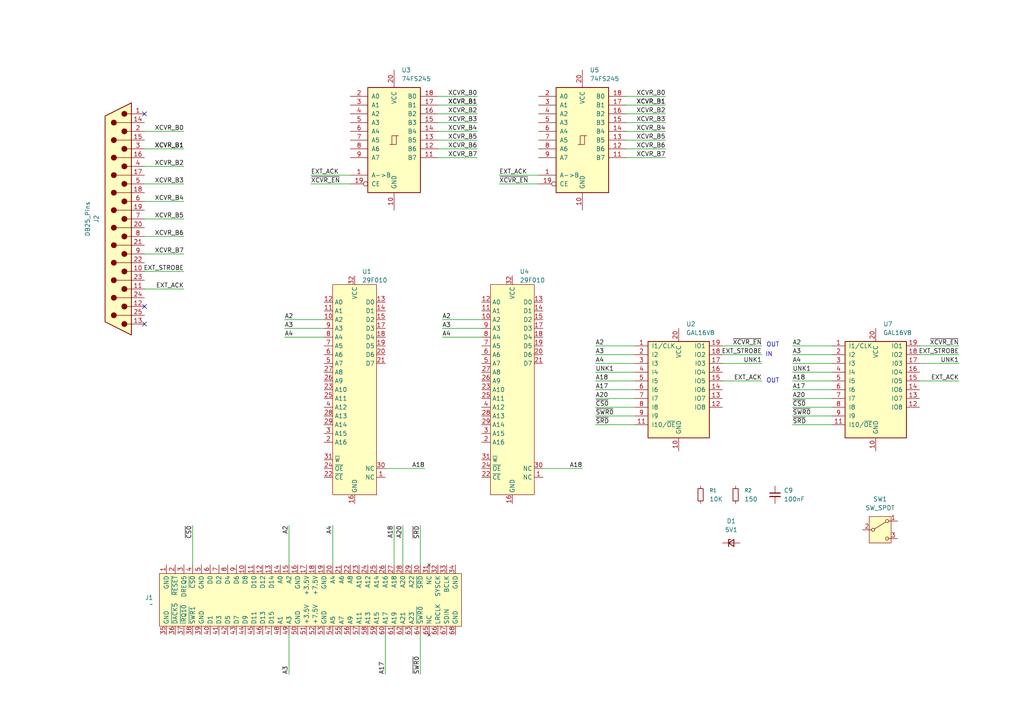
<source format=kicad_sch>
(kicad_sch (version 20250114) (generator "eeschema") (generator_version "9.0")
  (paper "A4")
  (lib_symbols
    (symbol "29F010_1"
      (property "Reference" "U" (at 3.048 28.448 0))
      (property "Value" "29F010" (at 0 0 90))
      (symbol "29F010_1_1_1"
        (rectangle (start -6.35 26.67) (end 6.35 -34.29) (fill (type background)))
        (pin input line (at -8.89 21.59 0) (length 2.54) (name "A0") (number "12"))
        (pin input line (at -8.89 19.05 0) (length 2.54) (name "A1") (number "11"))
        (pin input line (at -8.89 16.51 0) (length 2.54) (name "A2") (number "10"))
        (pin input line (at -8.89 13.97 0) (length 2.54) (name "A3") (number "9"))
        (pin input line (at -8.89 11.43 0) (length 2.54) (name "A4") (number "8"))
        (pin input line (at -8.89 8.89 0) (length 2.54) (name "A5") (number "7"))
        (pin input line (at -8.89 6.35 0) (length 2.54) (name "A6") (number "6"))
        (pin input line (at -8.89 3.81 0) (length 2.54) (name "A7") (number "5"))
        (pin input line (at -8.89 1.27 0) (length 2.54) (name "A8") (number "27"))
        (pin input line (at -8.89 -1.27 0) (length 2.54) (name "A9") (number "26"))
        (pin input line (at -8.89 -3.81 0) (length 2.54) (name "A10") (number "23"))
        (pin input line (at -8.89 -6.35 0) (length 2.54) (name "A11") (number "25"))
        (pin input line (at -8.89 -8.89 0) (length 2.54) (name "A12") (number "4"))
        (pin input line (at -8.89 -11.43 0) (length 2.54) (name "A13") (number "28"))
        (pin input line (at -8.89 -13.97 0) (length 2.54) (name "A14") (number "29"))
        (pin input line (at -8.89 -16.51 0) (length 2.54) (name "A15") (number "3"))
        (pin input line (at -8.89 -19.05 0) (length 2.54) (name "A16") (number "2"))
        (pin input line (at -8.89 -24.13 0) (length 2.54) (name "~{W}") (number "31"))
        (pin input line (at -8.89 -26.67 0) (length 2.54) (name "~{OE}") (number "24"))
        (pin input line (at -8.89 -29.21 0) (length 2.54) (name "~{CE}") (number "22"))
        (pin power_in line (at 0 29.21 270) (length 2.54) (name "VCC") (number "32"))
        (pin power_in line (at 0 -36.83 90) (length 2.54) (name "GND") (number "16"))
        (pin output line (at 8.89 21.59 180) (length 2.54) (name "D0") (number "13"))
        (pin output line (at 8.89 19.05 180) (length 2.54) (name "D1") (number "14"))
        (pin output line (at 8.89 16.51 180) (length 2.54) (name "D2") (number "15"))
        (pin output line (at 8.89 13.97 180) (length 2.54) (name "D3") (number "17"))
        (pin output line (at 8.89 11.43 180) (length 2.54) (name "D4") (number "18"))
        (pin output line (at 8.89 8.89 180) (length 2.54) (name "D5") (number "19"))
        (pin output line (at 8.89 6.35 180) (length 2.54) (name "D6") (number "20"))
        (pin output line (at 8.89 3.81 180) (length 2.54) (name "D7") (number "21"))
        (pin free line (at 8.89 -26.67 180) (length 2.54) (name "NC") (number "30"))
        (pin free line (at 8.89 -29.21 180) (length 2.54) (name "NC") (number "1"))
      )
    )
    (symbol "74xx:74LS245" (pin_names (offset 1.016))
      (property "Reference" "U" (at -7.62 16.51 0))
      (property "Value" "74LS245" (at -7.62 -16.51 0))
      (symbol "74LS245_1_0"
        (polyline (pts (xy -1.27 -1.27) (xy 0.635 -1.27) (xy 0.635 1.27) (xy 1.27 1.27)))
        (polyline (pts (xy -0.635 -1.27) (xy -0.635 1.27) (xy 0.635 1.27)))
        (pin tri_state line (at -12.7 12.7 0) (length 5.08) (name "A0") (number "2"))
        (pin tri_state line (at -12.7 10.16 0) (length 5.08) (name "A1") (number "3"))
        (pin tri_state line (at -12.7 7.62 0) (length 5.08) (name "A2") (number "4"))
        (pin tri_state line (at -12.7 5.08 0) (length 5.08) (name "A3") (number "5"))
        (pin tri_state line (at -12.7 2.54 0) (length 5.08) (name "A4") (number "6"))
        (pin tri_state line (at -12.7 0 0) (length 5.08) (name "A5") (number "7"))
        (pin tri_state line (at -12.7 -2.54 0) (length 5.08) (name "A6") (number "8"))
        (pin tri_state line (at -12.7 -5.08 0) (length 5.08) (name "A7") (number "9"))
        (pin input line (at -12.7 -10.16 0) (length 5.08) (name "A->B") (number "1"))
        (pin input inverted (at -12.7 -12.7 0) (length 5.08) (name "CE") (number "19"))
        (pin power_in line (at 0 20.32 270) (length 5.08) (name "VCC") (number "20"))
        (pin power_in line (at 0 -20.32 90) (length 5.08) (name "GND") (number "10"))
        (pin tri_state line (at 12.7 12.7 180) (length 5.08) (name "B0") (number "18"))
        (pin tri_state line (at 12.7 10.16 180) (length 5.08) (name "B1") (number "17"))
        (pin tri_state line (at 12.7 7.62 180) (length 5.08) (name "B2") (number "16"))
        (pin tri_state line (at 12.7 5.08 180) (length 5.08) (name "B3") (number "15"))
        (pin tri_state line (at 12.7 2.54 180) (length 5.08) (name "B4") (number "14"))
        (pin tri_state line (at 12.7 0 180) (length 5.08) (name "B5") (number "13"))
        (pin tri_state line (at 12.7 -2.54 180) (length 5.08) (name "B6") (number "12"))
        (pin tri_state line (at 12.7 -5.08 180) (length 5.08) (name "B7") (number "11"))
      )
      (symbol "74LS245_1_1"
        (rectangle (start -7.62 15.24) (end 7.62 -15.24) (stroke (width 0.254)) (fill (type background)))
      )
    )
    (symbol "Connector:DB25_Pins" (pin_names (offset 1.016) (hide yes))
      (property "Reference" "J" (at 0 34.29 0))
      (property "Value" "DB25_Pins" (at 0 -34.925 0))
      (symbol "DB25_Pins_0_1"
        (polyline (pts (xy -3.81 30.48) (xy -2.54 30.48)))
        (polyline (pts (xy -3.81 27.94) (xy 0.508 27.94)))
        (polyline (pts (xy -3.81 25.4) (xy -2.54 25.4)))
        (polyline (pts (xy -3.81 22.86) (xy 0.508 22.86)))
        (polyline (pts (xy -3.81 20.32) (xy -2.54 20.32)))
        (polyline (pts (xy -3.81 17.78) (xy 0.508 17.78)))
        (polyline (pts (xy -3.81 15.24) (xy -2.54 15.24)))
        (polyline (pts (xy -3.81 12.7) (xy 0.508 12.7)))
        (polyline (pts (xy -3.81 10.16) (xy -2.54 10.16)))
        (polyline (pts (xy -3.81 7.62) (xy 0.508 7.62)))
        (polyline (pts (xy -3.81 5.08) (xy -2.54 5.08)))
        (polyline (pts (xy -3.81 2.54) (xy 0.508 2.54)))
        (polyline (pts (xy -3.81 0) (xy -2.54 0)))
        (polyline (pts (xy -3.81 -2.54) (xy 0.508 -2.54)))
        (polyline (pts (xy -3.81 -5.08) (xy -2.54 -5.08)))
        (polyline (pts (xy -3.81 -7.62) (xy 0.508 -7.62)))
        (polyline (pts (xy -3.81 -10.16) (xy -2.54 -10.16)))
        (polyline (pts (xy -3.81 -12.7) (xy 0.508 -12.7)))
        (polyline (pts (xy -3.81 -15.24) (xy -2.54 -15.24)))
        (polyline (pts (xy -3.81 -17.78) (xy 0.508 -17.78)))
        (polyline (pts (xy -3.81 -20.32) (xy -2.54 -20.32)))
        (polyline (pts (xy -3.81 -22.86) (xy 0.508 -22.86)))
        (polyline (pts (xy -3.81 -25.4) (xy -2.54 -25.4)))
        (polyline (pts (xy -3.81 -27.94) (xy 0.508 -27.94)))
        (polyline (pts (xy -3.81 -30.48) (xy -2.54 -30.48)))
        (polyline (pts (xy -3.81 -33.655) (xy 3.81 -29.845) (xy 3.81 29.845) (xy -3.81 33.655) (xy -3.81 -33.655)) (stroke (width 0.254)) (fill (type background)))
        (circle (center -1.778 30.48) (radius 0.762) (fill (type outline)))
        (circle (center -1.778 25.4) (radius 0.762) (fill (type outline)))
        (circle (center -1.778 20.32) (radius 0.762) (fill (type outline)))
        (circle (center -1.778 15.24) (radius 0.762) (fill (type outline)))
        (circle (center -1.778 10.16) (radius 0.762) (fill (type outline)))
        (circle (center -1.778 5.08) (radius 0.762) (fill (type outline)))
        (circle (center -1.778 0) (radius 0.762) (fill (type outline)))
        (circle (center -1.778 -5.08) (radius 0.762) (fill (type outline)))
        (circle (center -1.778 -10.16) (radius 0.762) (fill (type outline)))
        (circle (center -1.778 -15.24) (radius 0.762) (fill (type outline)))
        (circle (center -1.778 -20.32) (radius 0.762) (fill (type outline)))
        (circle (center -1.778 -25.4) (radius 0.762) (fill (type outline)))
        (circle (center -1.778 -30.48) (radius 0.762) (fill (type outline)))
        (circle (center 1.27 27.94) (radius 0.762) (fill (type outline)))
        (circle (center 1.27 22.86) (radius 0.762) (fill (type outline)))
        (circle (center 1.27 17.78) (radius 0.762) (fill (type outline)))
        (circle (center 1.27 12.7) (radius 0.762) (fill (type outline)))
        (circle (center 1.27 7.62) (radius 0.762) (fill (type outline)))
        (circle (center 1.27 2.54) (radius 0.762) (fill (type outline)))
        (circle (center 1.27 -2.54) (radius 0.762) (fill (type outline)))
        (circle (center 1.27 -7.62) (radius 0.762) (fill (type outline)))
        (circle (center 1.27 -12.7) (radius 0.762) (fill (type outline)))
        (circle (center 1.27 -17.78) (radius 0.762) (fill (type outline)))
        (circle (center 1.27 -22.86) (radius 0.762) (fill (type outline)))
        (circle (center 1.27 -27.94) (radius 0.762) (fill (type outline)))
      )
      (symbol "DB25_Pins_1_1"
        (pin passive line (at -7.62 30.48 0) (length 3.81) (name "13") (number "13"))
        (pin passive line (at -7.62 27.94 0) (length 3.81) (name "P25") (number "25"))
        (pin passive line (at -7.62 25.4 0) (length 3.81) (name "12") (number "12"))
        (pin passive line (at -7.62 22.86 0) (length 3.81) (name "P24") (number "24"))
        (pin passive line (at -7.62 20.32 0) (length 3.81) (name "11") (number "11"))
        (pin passive line (at -7.62 17.78 0) (length 3.81) (name "P23") (number "23"))
        (pin passive line (at -7.62 15.24 0) (length 3.81) (name "10") (number "10"))
        (pin passive line (at -7.62 12.7 0) (length 3.81) (name "P22") (number "22"))
        (pin passive line (at -7.62 10.16 0) (length 3.81) (name "9") (number "9"))
        (pin passive line (at -7.62 7.62 0) (length 3.81) (name "P21") (number "21"))
        (pin passive line (at -7.62 5.08 0) (length 3.81) (name "8") (number "8"))
        (pin passive line (at -7.62 2.54 0) (length 3.81) (name "P20") (number "20"))
        (pin passive line (at -7.62 0 0) (length 3.81) (name "7") (number "7"))
        (pin passive line (at -7.62 -2.54 0) (length 3.81) (name "P19") (number "19"))
        (pin passive line (at -7.62 -5.08 0) (length 3.81) (name "6") (number "6"))
        (pin passive line (at -7.62 -7.62 0) (length 3.81) (name "P18") (number "18"))
        (pin passive line (at -7.62 -10.16 0) (length 3.81) (name "5") (number "5"))
        (pin passive line (at -7.62 -12.7 0) (length 3.81) (name "P17") (number "17"))
        (pin passive line (at -7.62 -15.24 0) (length 3.81) (name "4") (number "4"))
        (pin passive line (at -7.62 -17.78 0) (length 3.81) (name "P16") (number "16"))
        (pin passive line (at -7.62 -20.32 0) (length 3.81) (name "3") (number "3"))
        (pin passive line (at -7.62 -22.86 0) (length 3.81) (name "P15") (number "15"))
        (pin passive line (at -7.62 -25.4 0) (length 3.81) (name "2") (number "2"))
        (pin passive line (at -7.62 -27.94 0) (length 3.81) (name "P14") (number "14"))
        (pin passive line (at -7.62 -30.48 0) (length 3.81) (name "1") (number "1"))
      )
    )
    (symbol "Device:C_Small" (pin_numbers (hide yes)) (pin_names (offset 0.254) (hide yes))
      (property "Reference" "C" (at 0.254 1.778 0))
      (property "Value" "C_Small" (at 0.254 -2.032 0))
      (symbol "C_Small_0_1"
        (polyline (pts (xy -1.524 0.508) (xy 1.524 0.508)) (stroke (width 0.3048)))
        (polyline (pts (xy -1.524 -0.508) (xy 1.524 -0.508)) (stroke (width 0.3302)))
      )
      (symbol "C_Small_1_1"
        (pin passive line (at 0 2.54 270) (length 2.032) (name "~") (number "1"))
        (pin passive line (at 0 -2.54 90) (length 2.032) (name "~") (number "2"))
      )
    )
    (symbol "Device:D_Zener_Small" (pin_numbers (hide yes)) (pin_names (offset 0.254) (hide yes))
      (property "Reference" "D" (at 0 2.286 0))
      (property "Value" "D_Zener_Small" (at 0 -2.286 0))
      (symbol "D_Zener_Small_0_1"
        (polyline (pts (xy -0.254 1.016) (xy -0.762 1.016) (xy -0.762 -1.016)) (stroke (width 0.254)))
        (polyline (pts (xy 0.762 1.016) (xy -0.762 0) (xy 0.762 -1.016) (xy 0.762 1.016)) (stroke (width 0.254)))
        (polyline (pts (xy 0.762 0) (xy -0.762 0)))
      )
      (symbol "D_Zener_Small_1_1"
        (pin passive line (at -2.54 0 0) (length 1.778) (name "K") (number "1"))
        (pin passive line (at 2.54 0 180) (length 1.778) (name "A") (number "2"))
      )
    )
    (symbol "Device:R_Small" (pin_numbers (hide yes)) (pin_names (offset 0.254) (hide yes))
      (property "Reference" "R" (at 0 0 90))
      (property "Value" "R_Small" (at 1.778 0 90))
      (symbol "R_Small_0_1"
        (rectangle (start -0.762 1.778) (end 0.762 -1.778) (stroke (width 0.2032)))
      )
      (symbol "R_Small_1_1"
        (pin passive line (at 0 2.54 270) (length 0.762) (name "~") (number "1"))
        (pin passive line (at 0 -2.54 90) (length 0.762) (name "~") (number "2"))
      )
    )
    (symbol "Logic_Programmable:GAL16V8" (pin_names (offset 1.016))
      (property "Reference" "U" (at -8.89 16.51 0))
      (property "Value" "GAL16V8" (at 1.27 16.51 0))
      (symbol "GAL16V8_0_0"
        (pin power_in line (at 0 17.78 270) (length 3.81) (name "VCC") (number "20"))
        (pin power_in line (at 0 -17.78 90) (length 3.81) (name "GND") (number "10"))
      )
      (symbol "GAL16V8_0_1"
        (rectangle (start -8.89 13.97) (end 8.89 -13.97) (stroke (width 0.254)) (fill (type background)))
      )
      (symbol "GAL16V8_1_1"
        (pin input line (at -12.7 12.7 0) (length 3.81) (name "I1/CLK") (number "1"))
        (pin input line (at -12.7 10.16 0) (length 3.81) (name "I2") (number "2"))
        (pin input line (at -12.7 7.62 0) (length 3.81) (name "I3") (number "3"))
        (pin input line (at -12.7 5.08 0) (length 3.81) (name "I4") (number "4"))
        (pin input line (at -12.7 2.54 0) (length 3.81) (name "I5") (number "5"))
        (pin input line (at -12.7 0 0) (length 3.81) (name "I6") (number "6"))
        (pin input line (at -12.7 -2.54 0) (length 3.81) (name "I7") (number "7"))
        (pin input line (at -12.7 -5.08 0) (length 3.81) (name "I8") (number "8"))
        (pin input line (at -12.7 -7.62 0) (length 3.81) (name "I9") (number "9"))
        (pin input line (at -12.7 -10.16 0) (length 3.81) (name "I10/~{OE}") (number "11"))
        (pin tri_state line (at 12.7 12.7 180) (length 3.81) (name "IO1") (number "19"))
        (pin tri_state line (at 12.7 10.16 180) (length 3.81) (name "IO2") (number "18"))
        (pin tri_state line (at 12.7 7.62 180) (length 3.81) (name "I03") (number "17"))
        (pin tri_state line (at 12.7 5.08 180) (length 3.81) (name "IO4") (number "16"))
        (pin tri_state line (at 12.7 2.54 180) (length 3.81) (name "IO5") (number "15"))
        (pin tri_state line (at 12.7 0 180) (length 3.81) (name "IO6") (number "14"))
        (pin tri_state line (at 12.7 -2.54 180) (length 3.81) (name "IO7") (number "13"))
        (pin tri_state line (at 12.7 -5.08 180) (length 3.81) (name "IO8") (number "12"))
      )
    )
    (symbol "PR_Symbols:29F010"
      (property "Reference" "U" (at 3.048 28.448 0))
      (property "Value" "29F010" (at 0 0 90))
      (symbol "29F010_1_1"
        (rectangle (start -6.35 26.67) (end 6.35 -34.29) (fill (type background)))
        (pin input line (at -8.89 21.59 0) (length 2.54) (name "A0") (number "12"))
        (pin input line (at -8.89 19.05 0) (length 2.54) (name "A1") (number "11"))
        (pin input line (at -8.89 16.51 0) (length 2.54) (name "A2") (number "10"))
        (pin input line (at -8.89 13.97 0) (length 2.54) (name "A3") (number "9"))
        (pin input line (at -8.89 11.43 0) (length 2.54) (name "A4") (number "8"))
        (pin input line (at -8.89 8.89 0) (length 2.54) (name "A5") (number "7"))
        (pin input line (at -8.89 6.35 0) (length 2.54) (name "A6") (number "6"))
        (pin input line (at -8.89 3.81 0) (length 2.54) (name "A7") (number "5"))
        (pin input line (at -8.89 1.27 0) (length 2.54) (name "A8") (number "27"))
        (pin input line (at -8.89 -1.27 0) (length 2.54) (name "A9") (number "26"))
        (pin input line (at -8.89 -3.81 0) (length 2.54) (name "A10") (number "23"))
        (pin input line (at -8.89 -6.35 0) (length 2.54) (name "A11") (number "25"))
        (pin input line (at -8.89 -8.89 0) (length 2.54) (name "A12") (number "4"))
        (pin input line (at -8.89 -11.43 0) (length 2.54) (name "A13") (number "28"))
        (pin input line (at -8.89 -13.97 0) (length 2.54) (name "A14") (number "29"))
        (pin input line (at -8.89 -16.51 0) (length 2.54) (name "A15") (number "3"))
        (pin input line (at -8.89 -19.05 0) (length 2.54) (name "A16") (number "2"))
        (pin input line (at -8.89 -24.13 0) (length 2.54) (name "~{W}") (number "31"))
        (pin input line (at -8.89 -26.67 0) (length 2.54) (name "~{OE}") (number "24"))
        (pin input line (at -8.89 -29.21 0) (length 2.54) (name "~{CE}") (number "22"))
        (pin power_in line (at 0 29.21 270) (length 2.54) (name "VCC") (number "32"))
        (pin power_in line (at 0 -36.83 90) (length 2.54) (name "GND") (number "16"))
        (pin output line (at 8.89 21.59 180) (length 2.54) (name "D0") (number "13"))
        (pin output line (at 8.89 19.05 180) (length 2.54) (name "D1") (number "14"))
        (pin output line (at 8.89 16.51 180) (length 2.54) (name "D2") (number "15"))
        (pin output line (at 8.89 13.97 180) (length 2.54) (name "D3") (number "17"))
        (pin output line (at 8.89 11.43 180) (length 2.54) (name "D4") (number "18"))
        (pin output line (at 8.89 8.89 180) (length 2.54) (name "D5") (number "19"))
        (pin output line (at 8.89 6.35 180) (length 2.54) (name "D6") (number "20"))
        (pin output line (at 8.89 3.81 180) (length 2.54) (name "D7") (number "21"))
        (pin free line (at 8.89 -26.67 180) (length 2.54) (name "NC") (number "30"))
        (pin free line (at 8.89 -29.21 180) (length 2.54) (name "NC") (number "1"))
      )
    )
    (symbol "PR_Symbols:PIO Port"
      (property "Reference" "J" (at 46.482 9.398 0))
      (symbol "PIO Port_1_1"
        (rectangle (start -42.672 7.62) (end 44.958 -7.62) (fill (type background)))
        (pin power_out line (at -40.64 10.16 270) (length 2.54) (name "GND") (number "1"))
        (pin power_out line (at -40.64 -10.16 90) (length 2.54) (name "GND") (number "35"))
        (pin open_collector line (at -38.1 10.16 270) (length 2.54) (name "~{RESET}") (number "2"))
        (pin output line (at -38.1 -10.16 90) (length 2.54) (name "~{DACK5}") (number "36"))
        (pin input line (at -35.56 10.16 270) (length 2.54) (name "DREQ5") (number "3"))
        (pin input line (at -35.56 -10.16 90) (length 2.54) (name "~{IRQ10}") (number "37"))
        (pin output line (at -33.02 10.16 270) (length 2.54) (name "~{CS0}") (number "4"))
        (pin output line (at -33.02 -10.16 90) (length 2.54) (name "~{SWR1}") (number "38"))
        (pin output line (at -30.48 10.16 270) (length 2.54) (name "GND") (number "5"))
        (pin output line (at -30.48 -10.16 90) (length 2.54) (name "GND") (number "39"))
        (pin bidirectional line (at -27.94 10.16 270) (length 2.54) (name "D0") (number "6"))
        (pin bidirectional line (at -27.94 -10.16 90) (length 2.54) (name "D1") (number "40"))
        (pin bidirectional line (at -25.4 10.16 270) (length 2.54) (name "D2") (number "7"))
        (pin bidirectional line (at -25.4 -10.16 90) (length 2.54) (name "D3") (number "41"))
        (pin bidirectional line (at -22.86 10.16 270) (length 2.54) (name "D4") (number "8"))
        (pin bidirectional line (at -22.86 -10.16 90) (length 2.54) (name "D5") (number "42"))
        (pin bidirectional line (at -20.32 10.16 270) (length 2.54) (name "D6") (number "9"))
        (pin bidirectional line (at -20.32 -10.16 90) (length 2.54) (name "D7") (number "43"))
        (pin bidirectional line (at -17.78 10.16 270) (length 2.54) (name "D8") (number "10"))
        (pin bidirectional line (at -17.78 -10.16 90) (length 2.54) (name "D9") (number "44"))
        (pin bidirectional line (at -15.24 10.16 270) (length 2.54) (name "D10") (number "11"))
        (pin bidirectional line (at -15.24 -10.16 90) (length 2.54) (name "D11") (number "45"))
        (pin bidirectional line (at -12.7 10.16 270) (length 2.54) (name "D12") (number "12"))
        (pin bidirectional line (at -12.7 -10.16 90) (length 2.54) (name "D13") (number "46"))
        (pin bidirectional line (at -10.16 10.16 270) (length 2.54) (name "D14") (number "13"))
        (pin bidirectional line (at -10.16 -10.16 90) (length 2.54) (name "D15") (number "47"))
        (pin output line (at -7.62 10.16 270) (length 2.54) (name "A0") (number "14"))
        (pin output line (at -7.62 -10.16 90) (length 2.54) (name "A1") (number "48"))
        (pin output line (at -5.08 10.16 270) (length 2.54) (name "A2") (number "15"))
        (pin output line (at -5.08 -10.16 90) (length 2.54) (name "A3") (number "49"))
        (pin output line (at -2.54 10.16 270) (length 2.54) (name "GND") (number "16"))
        (pin output line (at -2.54 -10.16 90) (length 2.54) (name "GND") (number "50"))
        (pin power_out line (at 0 10.16 270) (length 2.54) (name "+3.5V") (number "17"))
        (pin power_out line (at 0 -10.16 90) (length 2.54) (name "+3.5V") (number "51"))
        (pin power_out line (at 2.54 10.16 270) (length 2.54) (name "+7.5V") (number "18"))
        (pin power_out line (at 2.54 -10.16 90) (length 2.54) (name "+7.5V") (number "52"))
        (pin output line (at 5.08 10.16 270) (length 2.54) (name "GND") (number "19"))
        (pin output line (at 5.08 -10.16 90) (length 2.54) (name "GND") (number "53"))
        (pin output line (at 7.62 10.16 270) (length 2.54) (name "A4") (number "20"))
        (pin output line (at 7.62 -10.16 90) (length 2.54) (name "A5") (number "54"))
        (pin output line (at 10.16 10.16 270) (length 2.54) (name "A6") (number "21"))
        (pin output line (at 10.16 -10.16 90) (length 2.54) (name "A7") (number "55"))
        (pin output line (at 12.7 10.16 270) (length 2.54) (name "A8") (number "22"))
        (pin output line (at 12.7 -10.16 90) (length 2.54) (name "A9") (number "56"))
        (pin output line (at 15.24 10.16 270) (length 2.54) (name "A10") (number "23"))
        (pin output line (at 15.24 -10.16 90) (length 2.54) (name "A11") (number "57"))
        (pin output line (at 17.78 10.16 270) (length 2.54) (name "A12") (number "24"))
        (pin output line (at 17.78 -10.16 90) (length 2.54) (name "A13") (number "58"))
        (pin output line (at 20.32 10.16 270) (length 2.54) (name "A14") (number "25"))
        (pin output line (at 20.32 -10.16 90) (length 2.54) (name "A15") (number "59"))
        (pin output line (at 22.86 10.16 270) (length 2.54) (name "A16") (number "26"))
        (pin output line (at 22.86 -10.16 90) (length 2.54) (name "A17") (number "60"))
        (pin output line (at 25.4 10.16 270) (length 2.54) (name "A18") (number "27"))
        (pin output line (at 25.4 -10.16 90) (length 2.54) (name "A19") (number "61"))
        (pin output line (at 27.94 10.16 270) (length 2.54) (name "A20") (number "28"))
        (pin output line (at 27.94 -10.16 90) (length 2.54) (name "A21") (number "62"))
        (pin output line (at 30.48 10.16 270) (length 2.54) (name "A22") (number "29"))
        (pin output line (at 30.48 -10.16 90) (length 2.54) (name "A23") (number "63"))
        (pin output line (at 33.02 10.16 270) (length 2.54) (name "~{SRD}") (number "30"))
        (pin output line (at 33.02 -10.16 90) (length 2.54) (name "~{SWR0}") (number "64"))
        (pin no_connect line (at 35.56 10.16 270) (length 2.54) (name "NC") (number "31"))
        (pin no_connect line (at 35.56 -10.16 90) (length 2.54) (name "NC") (number "65"))
        (pin output line (at 38.1 10.16 270) (length 2.54) (name "SYSCK") (number "32"))
        (pin output line (at 38.1 -10.16 90) (length 2.54) (name "LRCLK") (number "66"))
        (pin output line (at 40.64 10.16 270) (length 2.54) (name "BCLK") (number "33"))
        (pin input line (at 40.64 -10.16 90) (length 2.54) (name "SDIN") (number "67"))
        (pin power_out line (at 43.18 10.16 270) (length 2.54) (name "GND") (number "34"))
        (pin power_out line (at 43.18 -10.16 90) (length 2.54) (name "GND") (number "68"))
      )
    )
    (symbol "Switch:SW_SPDT" (pin_names (offset 0) (hide yes))
      (property "Reference" "SW" (at 0 5.08 0))
      (property "Value" "SW_SPDT" (at 0 -5.08 0))
      (symbol "SW_SPDT_0_1"
        (circle (center -2.032 0) (radius 0.4572))
        (polyline (pts (xy -1.651 0.254) (xy 1.651 2.286)))
        (circle (center 2.032 2.54) (radius 0.4572))
        (circle (center 2.032 -2.54) (radius 0.4572))
      )
      (symbol "SW_SPDT_1_1"
        (rectangle (start -3.175 3.81) (end 3.175 -3.81) (fill (type background)))
        (pin passive line (at -5.08 0 0) (length 2.54) (name "B") (number "2"))
        (pin passive line (at 5.08 2.54 180) (length 2.54) (name "A") (number "1"))
        (pin passive line (at 5.08 -2.54 180) (length 2.54) (name "C") (number "3"))
      )
    )
  )
  (text "OUT" (at 222.25 110.49 0) (effects (font (size 1.27 1.27)) (justify left)))
  (text "OUT" (at 222.25 100.076 0) (effects (font (size 1.27 1.27)) (justify left)))
  (text "IN" (at 221.996 102.87 0) (effects (font (size 1.27 1.27)) (justify left)))
  (no_connect (at 41.91 33.02))
  (no_connect (at 41.91 93.98))
  (no_connect (at 41.91 88.9))
  (wire (pts (xy 241.3 107.95) (xy 229.87 107.95)))
  (wire (pts (xy 127 35.56) (xy 138.43 35.56)))
  (wire (pts (xy 184.15 115.57) (xy 172.72 115.57)))
  (wire (pts (xy 41.91 68.58) (xy 53.34 68.58)))
  (wire (pts (xy 93.98 97.79) (xy 82.55 97.79)))
  (wire (pts (xy 96.52 163.83) (xy 96.52 152.4)))
  (wire (pts (xy 127 45.72) (xy 138.43 45.72)))
  (wire (pts (xy 266.7 110.49) (xy 278.13 110.49)))
  (wire (pts (xy 241.3 115.57) (xy 229.87 115.57)))
  (wire (pts (xy 127 40.64) (xy 138.43 40.64)))
  (wire (pts (xy 114.3 163.83) (xy 114.3 152.4)))
  (wire (pts (xy 241.3 118.11) (xy 229.87 118.11)))
  (wire (pts (xy 101.6 50.8) (xy 90.17 50.8)))
  (wire (pts (xy 184.15 107.95) (xy 172.72 107.95)))
  (wire (pts (xy 41.91 83.82) (xy 53.34 83.82)))
  (wire (pts (xy 41.91 73.66) (xy 53.34 73.66)))
  (wire (pts (xy 184.15 105.41) (xy 172.72 105.41)))
  (wire (pts (xy 184.15 110.49) (xy 172.72 110.49)))
  (wire (pts (xy 241.3 105.41) (xy 229.87 105.41)))
  (wire (pts (xy 241.3 102.87) (xy 229.87 102.87)))
  (wire (pts (xy 83.82 184.15) (xy 83.82 195.58)))
  (wire (pts (xy 93.98 95.25) (xy 82.55 95.25)))
  (wire (pts (xy 181.61 30.48) (xy 193.04 30.48)))
  (wire (pts (xy 241.3 100.33) (xy 229.87 100.33)))
  (wire (pts (xy 181.61 35.56) (xy 193.04 35.56)))
  (wire (pts (xy 41.91 58.42) (xy 53.34 58.42)))
  (wire (pts (xy 41.91 43.18) (xy 53.34 43.18)))
  (wire (pts (xy 184.15 102.87) (xy 172.72 102.87)))
  (wire (pts (xy 241.3 110.49) (xy 229.87 110.49)))
  (wire (pts (xy 181.61 43.18) (xy 193.04 43.18)))
  (wire (pts (xy 127 38.1) (xy 138.43 38.1)))
  (wire (pts (xy 41.91 63.5) (xy 53.34 63.5)))
  (wire (pts (xy 121.92 163.83) (xy 121.92 152.4)))
  (wire (pts (xy 121.92 184.15) (xy 121.92 195.58)))
  (wire (pts (xy 111.76 135.89) (xy 123.19 135.89)))
  (wire (pts (xy 184.15 100.33) (xy 172.72 100.33)))
  (wire (pts (xy 101.6 53.34) (xy 90.17 53.34)))
  (wire (pts (xy 241.3 120.65) (xy 229.87 120.65)))
  (wire (pts (xy 184.15 120.65) (xy 172.72 120.65)))
  (wire (pts (xy 209.55 102.87) (xy 220.98 102.87)))
  (wire (pts (xy 41.91 38.1) (xy 53.34 38.1)))
  (wire (pts (xy 156.21 53.34) (xy 144.78 53.34)))
  (wire (pts (xy 209.55 105.41) (xy 220.98 105.41)))
  (wire (pts (xy 157.48 135.89) (xy 168.91 135.89)))
  (wire (pts (xy 181.61 45.72) (xy 193.04 45.72)))
  (wire (pts (xy 139.7 97.79) (xy 128.27 97.79)))
  (wire (pts (xy 93.98 92.71) (xy 82.55 92.71)))
  (wire (pts (xy 139.7 95.25) (xy 128.27 95.25)))
  (wire (pts (xy 184.15 123.19) (xy 172.72 123.19)))
  (wire (pts (xy 184.15 113.03) (xy 172.72 113.03)))
  (wire (pts (xy 241.3 113.03) (xy 229.87 113.03)))
  (wire (pts (xy 241.3 123.19) (xy 229.87 123.19)))
  (wire (pts (xy 127 30.48) (xy 138.43 30.48)))
  (wire (pts (xy 209.55 110.49) (xy 220.98 110.49)))
  (wire (pts (xy 209.55 100.33) (xy 220.98 100.33)))
  (wire (pts (xy 41.91 48.26) (xy 53.34 48.26)))
  (wire (pts (xy 181.61 40.64) (xy 193.04 40.64)))
  (wire (pts (xy 266.7 100.33) (xy 278.13 100.33)))
  (wire (pts (xy 156.21 50.8) (xy 144.78 50.8)))
  (wire (pts (xy 41.91 78.74) (xy 53.34 78.74)))
  (wire (pts (xy 127 43.18) (xy 138.43 43.18)))
  (wire (pts (xy 266.7 102.87) (xy 278.13 102.87)))
  (wire (pts (xy 111.76 184.15) (xy 111.76 195.58)))
  (wire (pts (xy 139.7 92.71) (xy 128.27 92.71)))
  (wire (pts (xy 41.91 53.34) (xy 53.34 53.34)))
  (wire (pts (xy 83.82 163.83) (xy 83.82 152.4)))
  (wire (pts (xy 116.84 163.83) (xy 116.84 152.4)))
  (wire (pts (xy 181.61 27.94) (xy 193.04 27.94)))
  (wire (pts (xy 184.15 118.11) (xy 172.72 118.11)))
  (wire (pts (xy 127 33.02) (xy 138.43 33.02)))
  (wire (pts (xy 127 27.94) (xy 138.43 27.94)))
  (wire (pts (xy 181.61 33.02) (xy 193.04 33.02)))
  (wire (pts (xy 181.61 38.1) (xy 193.04 38.1)))
  (wire (pts (xy 55.88 163.83) (xy 55.88 152.4)))
  (wire (pts (xy 266.7 105.41) (xy 278.13 105.41)))
  (label "A20" (at 229.87 115.57 0))
  (label "UNK1" (at 278.13 105.41 180))
  (label "EXT_STROBE" (at 53.34 78.74 180))
  (label "A4" (at 128.27 97.79 0))
  (label "XCVR_B7" (at 193.04 45.72 180))
  (label "EXT_ACK" (at 90.17 50.8 0))
  (label "EXT_STROBE" (at 278.13 102.87 180))
  (label "~{XCVR_EN}" (at 220.98 100.33 180))
  (label "~{SRD}" (at 229.87 123.19 0))
  (label "XCVR_B4" (at 53.34 58.42 180))
  (label "A2" (at 83.82 152.4 270))
  (label "A3" (at 82.55 95.25 0))
  (label "~{SRD}" (at 172.72 123.19 0))
  (label "A20" (at 172.72 115.57 0))
  (label "A4" (at 172.72 105.41 0))
  (label "EXT_ACK" (at 53.34 83.82 180))
  (label "A3" (at 83.82 195.58 90))
  (label "A3" (at 229.87 102.87 0))
  (label "A18" (at 229.87 110.49 0))
  (label "XCVR_B0" (at 193.04 27.94 180))
  (label "EXT_ACK" (at 220.98 110.49 180))
  (label "EXT_STROBE" (at 220.98 102.87 180))
  (label "~{SRD}" (at 121.92 152.4 270))
  (label "~{SWR0}" (at 121.92 195.58 90))
  (label "UNK1" (at 220.98 105.41 180))
  (label "~{CS0}" (at 55.88 152.4 270))
  (label "XCVR_B3" (at 53.34 53.34 180))
  (label "XCVR_B0" (at 138.43 27.94 180))
  (label "A17" (at 172.72 113.03 0))
  (label "A17" (at 229.87 113.03 0))
  (label "~{XCVR_EN}" (at 90.17 53.34 0))
  (label "UNK1" (at 229.87 107.95 0))
  (label "XCVR_B3" (at 138.43 35.56 180))
  (label "XCVR_B6" (at 193.04 43.18 180))
  (label "XCVR_B7" (at 138.43 45.72 180))
  (label "A4" (at 229.87 105.41 0))
  (label "~{SWR0}" (at 172.72 120.65 0))
  (label "XCVR_B5" (at 53.34 63.5 180))
  (label "XCVR_B2" (at 193.04 33.02 180))
  (label "XCVR_B0" (at 53.34 38.1 180))
  (label "XCVR_B2" (at 138.43 33.02 180))
  (label "~{SWR0}" (at 229.87 120.65 0))
  (label "A4" (at 82.55 97.79 0))
  (label "A17" (at 111.76 195.58 90))
  (label "XCVR_B5" (at 138.43 40.64 180))
  (label "XCVR_B6" (at 138.43 43.18 180))
  (label "XCVR_B1" (at 193.04 30.48 180))
  (label "XCVR_B1" (at 193.04 30.48 180))
  (label "A4" (at 96.52 152.4 270))
  (label "A2" (at 172.72 100.33 0))
  (label "EXT_ACK" (at 144.78 50.8 0))
  (label "XCVR_B1" (at 138.43 30.48 180))
  (label "A2" (at 82.55 92.71 0))
  (label "A20" (at 116.84 152.4 270))
  (label "~{CS0}" (at 229.87 118.11 0))
  (label "A18" (at 114.3 152.4 270))
  (label "XCVR_B3" (at 193.04 35.56 180))
  (label "~{XCVR_EN}" (at 278.13 100.33 180))
  (label "XCVR_B1" (at 53.34 43.18 180))
  (label "XCVR_B6" (at 53.34 68.58 180))
  (label "A2" (at 229.87 100.33 0))
  (label "~{XCVR_EN}" (at 144.78 53.34 0))
  (label "XCVR_B4" (at 138.43 38.1 180))
  (label "XCVR_B7" (at 53.34 73.66 180))
  (label "UNK1" (at 172.72 107.95 0))
  (label "A18" (at 123.19 135.89 180))
  (label "XCVR_B1" (at 53.34 43.18 180))
  (label "A3" (at 172.72 102.87 0))
  (label "A18" (at 172.72 110.49 0))
  (label "A3" (at 128.27 95.25 0))
  (label "XCVR_B5" (at 193.04 40.64 180))
  (label "XCVR_B1" (at 138.43 30.48 180))
  (label "EXT_ACK" (at 278.13 110.49 180))
  (label "~{CS0}" (at 172.72 118.11 0))
  (label "XCVR_B2" (at 53.34 48.26 180))
  (label "A2" (at 128.27 92.71 0))
  (label "XCVR_B4" (at 193.04 38.1 180))
  (label "A18" (at 168.91 135.89 180))
  (symbol (lib_id "Logic_Programmable:GAL16V8") (at 254 113.03 0) (unit 1)
    (property "Reference" "U7" (at 256.1433 93.98 0) (effects (justify left)))
    (property "Value" "GAL16V8" (at 256.1433 96.52 0) (effects (justify left)))
    (property "Footprint" "PR_Footprints:PLCC-20" (effects (hide yes)))
    (property "Description" "Programmable Logic Array, DIP-20/SOIC-20/PLCC-20" (effects (hide yes)))
  )
  (symbol (lib_id "Device:D_Zener_Small") (at 212.09 157.48 0) (unit 1)
    (property "Reference" "D1" (at 212.09 151.13 0))
    (property "Value" "5V1" (at 212.09 153.67 0))
    (property "Footprint" "PR_Footprints:D_Vertical_KathodeUp" (effects (hide yes)))
    (property "Description" "Zener diode, small symbol" (effects (hide yes)))
  )
  (symbol (lib_id "Logic_Programmable:GAL16V8") (at 196.85 113.03 0) (unit 1)
    (property "Reference" "U2" (at 198.9933 93.98 0) (effects (justify left)))
    (property "Value" "GAL16V8" (at 198.9933 96.52 0) (effects (justify left)))
    (property "Footprint" "Package_DIP:DIP-20_W7.62mm" (effects (hide yes)))
    (property "Description" "Programmable Logic Array, DIP-20/SOIC-20/PLCC-20" (effects (hide yes)))
  )
  (symbol (lib_id "Device:R_Small") (at 213.36 143.51 0) (unit 1)
    (property "Reference" "R2" (at 215.9 142.2399 0) (effects (font (size 1.016 1.016)) (justify left)))
    (property "Value" "150" (at 215.9 144.7799 0) (effects (justify left)))
    (property "Footprint" "Resistor_SMD:R_1206_3216Metric_Pad1.30x1.75mm_HandSolder" (effects (hide yes)))
    (property "Description" "Resistor, small symbol" (effects (hide yes)))
  )
  (symbol (lib_id "Connector:DB25_Pins") (at 34.29 63.5 180) (unit 1)
    (property "Reference" "J2" (at 27.94 63.5 90))
    (property "Value" "DB25_Pins" (at 25.4 63.5 90))
    (property "Footprint" "Connector_Dsub:DSUB-25_Pins_Vertical_P2.77x2.84mm" (effects (hide yes)))
    (property "Description" "25-pin D-SUB connector, pins (male)" (effects (hide yes)))
  )
  (symbol (lib_id "Device:C_Small") (at 224.79 143.51 0) (unit 1)
    (property "Reference" "C9" (at 227.33 142.2462 0) (effects (justify left)))
    (property "Value" "100nF" (at 227.33 144.7862 0) (effects (justify left)))
    (property "Footprint" "Capacitor_SMD:C_1206_3216Metric_Pad1.33x1.80mm_HandSolder" (effects (hide yes)))
    (property "Description" "Unpolarized capacitor, small symbol" (effects (hide yes)))
  )
  (symbol (lib_id "74xx:74LS245") (at 114.3 40.64 0) (unit 1)
    (property "Reference" "U3" (at 116.4433 20.32 0) (effects (justify left)))
    (property "Value" "74FS245" (at 116.4433 22.86 0) (effects (justify left)))
    (property "Footprint" "Package_DIP:DIP-20_W7.62mm" (effects (hide yes)))
    (property "Datasheet" "http://www.ti.com/lit/gpn/sn74LS245" (effects (hide yes)))
    (property "Description" "Octal BUS Transceivers, 3-State outputs" (effects (hide yes)))
  )
  (symbol (lib_id "Device:R_Small") (at 203.2 143.51 0) (unit 1)
    (property "Reference" "R1" (at 205.74 142.2399 0) (effects (font (size 1.016 1.016)) (justify left)))
    (property "Value" "10K" (at 205.74 144.7799 0) (effects (justify left)))
    (property "Footprint" "Resistor_SMD:R_1206_3216Metric_Pad1.30x1.75mm_HandSolder" (effects (hide yes)))
    (property "Description" "Resistor, small symbol" (effects (hide yes)))
  )
  (symbol (lib_id "PR_Symbols:29F010") (at 102.87 109.22 0) (unit 1)
    (property "Reference" "U1" (at 105.0133 78.74 0) (effects (justify left)))
    (property "Value" "29F010" (at 105.0133 81.28 0) (effects (justify left)))
    (property "Footprint" "Package_DIP:DIP-32_W15.24mm" (effects (hide yes)))
  )
  (symbol (lib_name "29F010_1") (lib_id "PR_Symbols:29F010") (at 148.59 109.22 0) (unit 1)
    (property "Reference" "U4" (at 150.7333 78.74 0) (effects (justify left)))
    (property "Value" "29F010" (at 150.7333 81.28 0) (effects (justify left)))
    (property "Footprint" "PR_Footprints:PLCC-32" (effects (hide yes)))
  )
  (symbol (lib_id "PR_Symbols:PIO Port") (at 88.9 173.99 0) (unit 1)
    (property "Reference" "J1" (at 44.45 173.3549 0) (effects (justify right)))
    (property "Value" "~" (at 44.45 175.26 0) (effects (justify right)))
    (property "Footprint" "PR_Footprints:PIO_Connector" (effects (hide yes)))
  )
  (symbol (lib_id "Switch:SW_SPDT") (at 255.27 153.67 0) (unit 1)
    (property "Reference" "SW1" (at 255.27 144.78 0))
    (property "Value" "SW_SPDT" (at 255.27 147.32 0))
    (property "Footprint" "PR_Footprints:SPDT_Switch" (effects (hide yes)))
    (property "Description" "Switch, single pole double throw" (effects (hide yes)))
  )
  (symbol (lib_id "74xx:74LS245") (at 168.91 40.64 0) (unit 1)
    (property "Reference" "U5" (at 171.0533 20.32 0) (effects (justify left)))
    (property "Value" "74FS245" (at 171.0533 22.86 0) (effects (justify left)))
    (property "Footprint" "PR_Footprints:SOP-20" (effects (hide yes)))
    (property "Datasheet" "http://www.ti.com/lit/gpn/sn74LS245" (effects (hide yes)))
    (property "Description" "Octal BUS Transceivers, 3-State outputs" (effects (hide yes)))
  )
)
</source>
